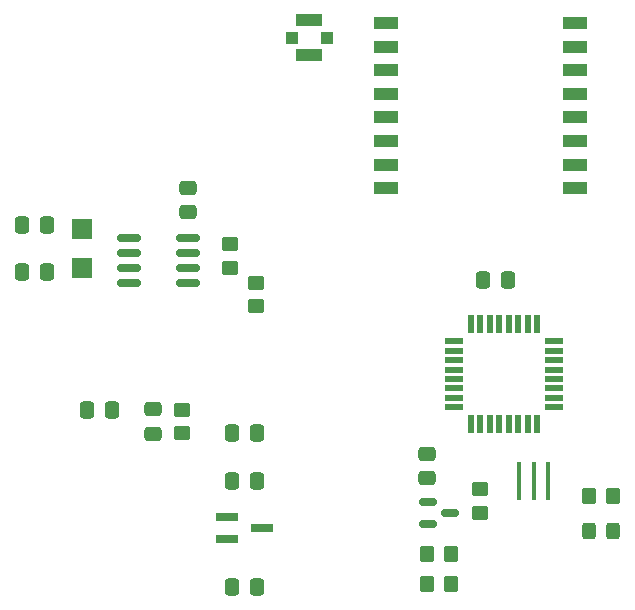
<source format=gtp>
G04 #@! TF.GenerationSoftware,KiCad,Pcbnew,(6.0.2-0)*
G04 #@! TF.CreationDate,2022-03-01T18:59:47+01:00*
G04 #@! TF.ProjectId,HelloWeather,48656c6c-6f57-4656-9174-6865722e6b69,rev?*
G04 #@! TF.SameCoordinates,Original*
G04 #@! TF.FileFunction,Paste,Top*
G04 #@! TF.FilePolarity,Positive*
%FSLAX46Y46*%
G04 Gerber Fmt 4.6, Leading zero omitted, Abs format (unit mm)*
G04 Created by KiCad (PCBNEW (6.0.2-0)) date 2022-03-01 18:59:47*
%MOMM*%
%LPD*%
G01*
G04 APERTURE LIST*
G04 Aperture macros list*
%AMRoundRect*
0 Rectangle with rounded corners*
0 $1 Rounding radius*
0 $2 $3 $4 $5 $6 $7 $8 $9 X,Y pos of 4 corners*
0 Add a 4 corners polygon primitive as box body*
4,1,4,$2,$3,$4,$5,$6,$7,$8,$9,$2,$3,0*
0 Add four circle primitives for the rounded corners*
1,1,$1+$1,$2,$3*
1,1,$1+$1,$4,$5*
1,1,$1+$1,$6,$7*
1,1,$1+$1,$8,$9*
0 Add four rect primitives between the rounded corners*
20,1,$1+$1,$2,$3,$4,$5,0*
20,1,$1+$1,$4,$5,$6,$7,0*
20,1,$1+$1,$6,$7,$8,$9,0*
20,1,$1+$1,$8,$9,$2,$3,0*%
G04 Aperture macros list end*
%ADD10RoundRect,0.250000X0.350000X0.450000X-0.350000X0.450000X-0.350000X-0.450000X0.350000X-0.450000X0*%
%ADD11RoundRect,0.250000X0.475000X-0.337500X0.475000X0.337500X-0.475000X0.337500X-0.475000X-0.337500X0*%
%ADD12R,0.550000X1.600000*%
%ADD13R,1.600000X0.550000*%
%ADD14R,0.400000X3.200000*%
%ADD15R,1.000000X1.000000*%
%ADD16R,2.200000X1.050000*%
%ADD17RoundRect,0.250000X-0.475000X0.337500X-0.475000X-0.337500X0.475000X-0.337500X0.475000X0.337500X0*%
%ADD18RoundRect,0.150000X-0.825000X-0.150000X0.825000X-0.150000X0.825000X0.150000X-0.825000X0.150000X0*%
%ADD19RoundRect,0.250000X-0.350000X-0.450000X0.350000X-0.450000X0.350000X0.450000X-0.350000X0.450000X0*%
%ADD20RoundRect,0.250000X-0.337500X-0.475000X0.337500X-0.475000X0.337500X0.475000X-0.337500X0.475000X0*%
%ADD21RoundRect,0.250000X0.337500X0.475000X-0.337500X0.475000X-0.337500X-0.475000X0.337500X-0.475000X0*%
%ADD22RoundRect,0.150000X-0.587500X-0.150000X0.587500X-0.150000X0.587500X0.150000X-0.587500X0.150000X0*%
%ADD23RoundRect,0.250000X0.450000X-0.350000X0.450000X0.350000X-0.450000X0.350000X-0.450000X-0.350000X0*%
%ADD24RoundRect,0.250000X-0.325000X-0.450000X0.325000X-0.450000X0.325000X0.450000X-0.325000X0.450000X0*%
%ADD25R,2.000000X1.000000*%
%ADD26R,1.900000X0.800000*%
%ADD27R,1.800000X1.750000*%
%ADD28RoundRect,0.250000X-0.450000X0.350000X-0.450000X-0.350000X0.450000X-0.350000X0.450000X0.350000X0*%
G04 APERTURE END LIST*
D10*
X93500000Y-141750000D03*
X91500000Y-141750000D03*
D11*
X71250000Y-110287500D03*
X71250000Y-108212500D03*
D12*
X95200000Y-128250000D03*
X96000000Y-128250000D03*
X96800000Y-128250000D03*
X97600000Y-128250000D03*
X98400000Y-128250000D03*
X99200000Y-128250000D03*
X100000000Y-128250000D03*
X100800000Y-128250000D03*
D13*
X102250000Y-126800000D03*
X102250000Y-126000000D03*
X102250000Y-125200000D03*
X102250000Y-124400000D03*
X102250000Y-123600000D03*
X102250000Y-122800000D03*
X102250000Y-122000000D03*
X102250000Y-121200000D03*
D12*
X100800000Y-119750000D03*
X100000000Y-119750000D03*
X99200000Y-119750000D03*
X98400000Y-119750000D03*
X97600000Y-119750000D03*
X96800000Y-119750000D03*
X96000000Y-119750000D03*
X95200000Y-119750000D03*
D13*
X93750000Y-121200000D03*
X93750000Y-122000000D03*
X93750000Y-122800000D03*
X93750000Y-123600000D03*
X93750000Y-124400000D03*
X93750000Y-125200000D03*
X93750000Y-126000000D03*
X93750000Y-126800000D03*
D14*
X101700000Y-133000000D03*
X100500000Y-133000000D03*
X99300000Y-133000000D03*
D15*
X83000000Y-95500000D03*
X80000000Y-95500000D03*
D16*
X81500000Y-94025000D03*
X81500000Y-96975000D03*
D17*
X68250000Y-126962500D03*
X68250000Y-129037500D03*
D18*
X66250000Y-112440000D03*
X66250000Y-113710000D03*
X66250000Y-114980000D03*
X66250000Y-116250000D03*
X71200000Y-116250000D03*
X71200000Y-114980000D03*
X71200000Y-113710000D03*
X71200000Y-112440000D03*
D19*
X91500000Y-139250000D03*
X93500000Y-139250000D03*
D20*
X62712500Y-127000000D03*
X64787500Y-127000000D03*
D10*
X107225000Y-134262500D03*
X105225000Y-134262500D03*
D21*
X77037500Y-133000000D03*
X74962500Y-133000000D03*
X59262500Y-111345000D03*
X57187500Y-111345000D03*
D22*
X91562500Y-134800000D03*
X91562500Y-136700000D03*
X93437500Y-135750000D03*
D20*
X74962500Y-142000000D03*
X77037500Y-142000000D03*
D21*
X77037500Y-129000000D03*
X74962500Y-129000000D03*
D23*
X77000000Y-118250000D03*
X77000000Y-116250000D03*
D24*
X105200000Y-137262500D03*
X107250000Y-137262500D03*
D21*
X59262500Y-115345000D03*
X57187500Y-115345000D03*
D25*
X104000000Y-108250000D03*
X104000000Y-106250000D03*
X104000000Y-104250000D03*
X104000000Y-102250000D03*
X104000000Y-100250000D03*
X104000000Y-98250000D03*
X104000000Y-96250000D03*
X104000000Y-94250000D03*
X88000000Y-94250000D03*
X88000000Y-96250000D03*
X88000000Y-98250000D03*
X88000000Y-100250000D03*
X88000000Y-102250000D03*
X88000000Y-104250000D03*
X88000000Y-106250000D03*
X88000000Y-108250000D03*
D26*
X74500000Y-136050000D03*
X74500000Y-137950000D03*
X77500000Y-137000000D03*
D23*
X74750000Y-115000000D03*
X74750000Y-113000000D03*
D17*
X91500000Y-130712500D03*
X91500000Y-132787500D03*
D27*
X62250000Y-114970000D03*
X62250000Y-111720000D03*
D20*
X96212500Y-116000000D03*
X98287500Y-116000000D03*
D28*
X70750000Y-127000000D03*
X70750000Y-129000000D03*
D23*
X96000000Y-135750000D03*
X96000000Y-133750000D03*
M02*

</source>
